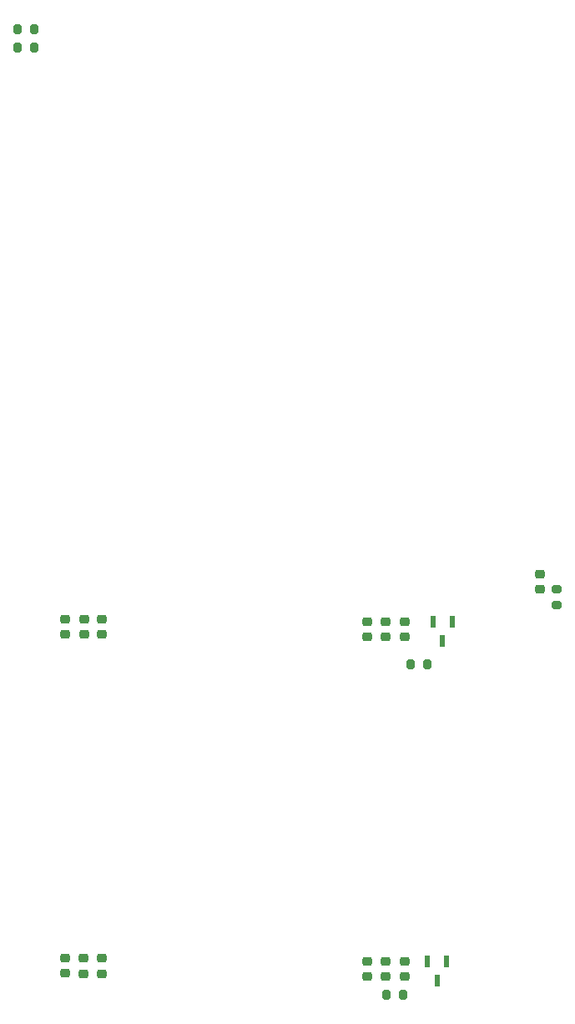
<source format=gbr>
%TF.GenerationSoftware,KiCad,Pcbnew,8.0.6*%
%TF.CreationDate,2025-05-15T16:07:21-04:00*%
%TF.ProjectId,2 - COLD_TPC_P25M5,32202d20-434f-44c4-945f-5450435f5032,rev?*%
%TF.SameCoordinates,Original*%
%TF.FileFunction,Paste,Bot*%
%TF.FilePolarity,Positive*%
%FSLAX46Y46*%
G04 Gerber Fmt 4.6, Leading zero omitted, Abs format (unit mm)*
G04 Created by KiCad (PCBNEW 8.0.6) date 2025-05-15 16:07:21*
%MOMM*%
%LPD*%
G01*
G04 APERTURE LIST*
G04 Aperture macros list*
%AMRoundRect*
0 Rectangle with rounded corners*
0 $1 Rounding radius*
0 $2 $3 $4 $5 $6 $7 $8 $9 X,Y pos of 4 corners*
0 Add a 4 corners polygon primitive as box body*
4,1,4,$2,$3,$4,$5,$6,$7,$8,$9,$2,$3,0*
0 Add four circle primitives for the rounded corners*
1,1,$1+$1,$2,$3*
1,1,$1+$1,$4,$5*
1,1,$1+$1,$6,$7*
1,1,$1+$1,$8,$9*
0 Add four rect primitives between the rounded corners*
20,1,$1+$1,$2,$3,$4,$5,0*
20,1,$1+$1,$4,$5,$6,$7,0*
20,1,$1+$1,$6,$7,$8,$9,0*
20,1,$1+$1,$8,$9,$2,$3,0*%
G04 Aperture macros list end*
%ADD10RoundRect,0.225000X-0.250000X0.225000X-0.250000X-0.225000X0.250000X-0.225000X0.250000X0.225000X0*%
%ADD11RoundRect,0.225000X0.250000X-0.225000X0.250000X0.225000X-0.250000X0.225000X-0.250000X-0.225000X0*%
%ADD12RoundRect,0.200000X0.275000X-0.200000X0.275000X0.200000X-0.275000X0.200000X-0.275000X-0.200000X0*%
%ADD13RoundRect,0.200000X-0.200000X-0.275000X0.200000X-0.275000X0.200000X0.275000X-0.200000X0.275000X0*%
%ADD14RoundRect,0.200000X0.200000X0.275000X-0.200000X0.275000X-0.200000X-0.275000X0.200000X-0.275000X0*%
%ADD15RoundRect,0.073750X-0.221250X0.556250X-0.221250X-0.556250X0.221250X-0.556250X0.221250X0.556250X0*%
G04 APERTURE END LIST*
D10*
%TO.C,C11*%
X218487500Y-162605000D03*
X218487500Y-164155000D03*
%TD*%
%TO.C,C31*%
X236050000Y-123325000D03*
X236050000Y-124875000D03*
%TD*%
D11*
%TO.C,C17*%
X187885000Y-129445000D03*
X187885000Y-127895000D03*
%TD*%
%TO.C,C19*%
X191585000Y-129455000D03*
X191585000Y-127905000D03*
%TD*%
%TO.C,C18*%
X189775000Y-129450000D03*
X189775000Y-127900000D03*
%TD*%
%TO.C,C23*%
X222315000Y-129735000D03*
X222315000Y-128185000D03*
%TD*%
%TO.C,C9*%
X189767500Y-163870000D03*
X189767500Y-162320000D03*
%TD*%
D12*
%TO.C,R43*%
X237760000Y-126525000D03*
X237760000Y-124875000D03*
%TD*%
D11*
%TO.C,C8*%
X187877500Y-163865000D03*
X187877500Y-162315000D03*
%TD*%
D13*
%TO.C,R1*%
X220502500Y-166040000D03*
X222152500Y-166040000D03*
%TD*%
D14*
%TO.C,R44*%
X184705000Y-68050000D03*
X183055000Y-68050000D03*
%TD*%
D10*
%TO.C,C20*%
X218495000Y-128185000D03*
X218495000Y-129735000D03*
%TD*%
D13*
%TO.C,R2*%
X222930000Y-132490000D03*
X224580000Y-132490000D03*
%TD*%
D15*
%TO.C,D2*%
X225215000Y-128197500D03*
X227115000Y-128197500D03*
X226165000Y-130157500D03*
%TD*%
D11*
%TO.C,C13*%
X220397500Y-164155000D03*
X220397500Y-162605000D03*
%TD*%
%TO.C,C22*%
X220405000Y-129735000D03*
X220405000Y-128185000D03*
%TD*%
%TO.C,C14*%
X222307500Y-164155000D03*
X222307500Y-162605000D03*
%TD*%
D14*
%TO.C,R42*%
X184705000Y-69910000D03*
X183055000Y-69910000D03*
%TD*%
D11*
%TO.C,C10*%
X191577500Y-163875000D03*
X191577500Y-162325000D03*
%TD*%
D15*
%TO.C,D1*%
X224647500Y-162607500D03*
X226547500Y-162607500D03*
X225597500Y-164567500D03*
%TD*%
M02*

</source>
